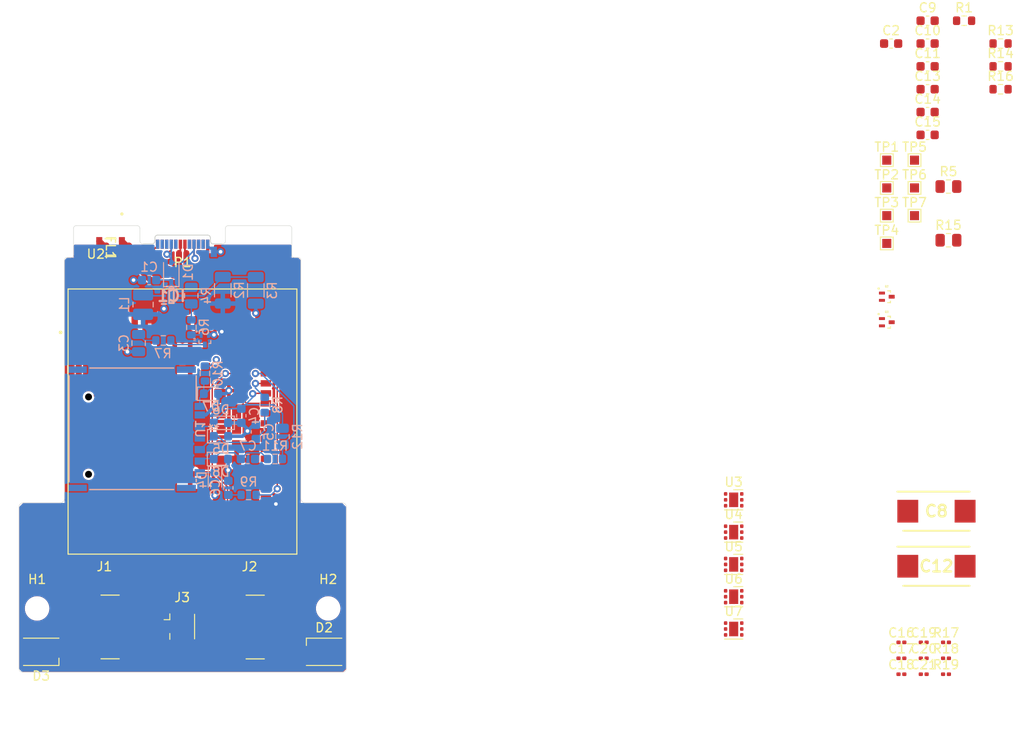
<source format=kicad_pcb>
(kicad_pcb (version 20221018) (generator pcbnew)

  (general
    (thickness 1.6)
  )

  (paper "A4")
  (layers
    (0 "F.Cu" signal)
    (31 "B.Cu" signal)
    (32 "B.Adhes" user "B.Adhesive")
    (33 "F.Adhes" user "F.Adhesive")
    (34 "B.Paste" user)
    (35 "F.Paste" user)
    (36 "B.SilkS" user "B.Silkscreen")
    (37 "F.SilkS" user "F.Silkscreen")
    (38 "B.Mask" user)
    (39 "F.Mask" user)
    (40 "Dwgs.User" user "User.Drawings")
    (41 "Cmts.User" user "User.Comments")
    (42 "Eco1.User" user "User.Eco1")
    (43 "Eco2.User" user "User.Eco2")
    (44 "Edge.Cuts" user)
    (45 "Margin" user)
    (46 "B.CrtYd" user "B.Courtyard")
    (47 "F.CrtYd" user "F.Courtyard")
    (48 "B.Fab" user)
    (49 "F.Fab" user)
    (50 "User.1" user)
    (51 "User.2" user)
    (52 "User.3" user)
    (53 "User.4" user)
    (54 "User.5" user)
    (55 "User.6" user)
    (56 "User.7" user)
    (57 "User.8" user)
    (58 "User.9" user)
  )

  (setup
    (stackup
      (layer "F.SilkS" (type "Top Silk Screen"))
      (layer "F.Paste" (type "Top Solder Paste"))
      (layer "F.Mask" (type "Top Solder Mask") (thickness 0.01))
      (layer "F.Cu" (type "copper") (thickness 0.035))
      (layer "dielectric 1" (type "core") (thickness 1.51) (material "FR4") (epsilon_r 4.5) (loss_tangent 0.02))
      (layer "B.Cu" (type "copper") (thickness 0.035))
      (layer "B.Mask" (type "Bottom Solder Mask") (thickness 0.01))
      (layer "B.Paste" (type "Bottom Solder Paste"))
      (layer "B.SilkS" (type "Bottom Silk Screen"))
      (copper_finish "None")
      (dielectric_constraints no)
    )
    (pad_to_mask_clearance 0)
    (pcbplotparams
      (layerselection 0x00010fc_ffffffff)
      (plot_on_all_layers_selection 0x0000000_00000000)
      (disableapertmacros false)
      (usegerberextensions false)
      (usegerberattributes true)
      (usegerberadvancedattributes true)
      (creategerberjobfile true)
      (dashed_line_dash_ratio 12.000000)
      (dashed_line_gap_ratio 3.000000)
      (svgprecision 4)
      (plotframeref false)
      (viasonmask false)
      (mode 1)
      (useauxorigin false)
      (hpglpennumber 1)
      (hpglpenspeed 20)
      (hpglpendiameter 15.000000)
      (dxfpolygonmode true)
      (dxfimperialunits true)
      (dxfusepcbnewfont true)
      (psnegative false)
      (psa4output false)
      (plotreference true)
      (plotvalue true)
      (plotinvisibletext false)
      (sketchpadsonfab false)
      (subtractmaskfromsilk false)
      (outputformat 1)
      (mirror false)
      (drillshape 1)
      (scaleselection 1)
      (outputdirectory "")
    )
  )

  (net 0 "")
  (net 1 "VBUS")
  (net 2 "GND")
  (net 3 "+3V8")
  (net 4 "/POWER_GOOD")
  (net 5 "/USIM_PRESENCE")
  (net 6 "/ANT_MAIN")
  (net 7 "Net-(J1-In)")
  (net 8 "/ANT_DIV")
  (net 9 "Net-(J2-In)")
  (net 10 "/ANT_GNSS")
  (net 11 "Net-(J3-In)")
  (net 12 "Net-(D1-A)")
  (net 13 "Net-(D2-K)")
  (net 14 "Net-(D3-K)")
  (net 15 "/USB_D+")
  (net 16 "/USB_D-")
  (net 17 "Net-(IC1-SW)")
  (net 18 "Net-(IC1-FB)")
  (net 19 "Net-(IC1-PG)")
  (net 20 "Net-(P1-CC)")
  (net 21 "unconnected-(P1-VCONN-PadB5)")
  (net 22 "Net-(Q1-B)")
  (net 23 "Net-(Q1-C)")
  (net 24 "/NETLIGHT")
  (net 25 "Net-(Q2-C)")
  (net 26 "/STATUS")
  (net 27 "Net-(Q3-C)")
  (net 28 "/USIM_RST")
  (net 29 "/USIM_CLK")
  (net 30 "/VDD_EXT")
  (net 31 "/USIM_DATA")
  (net 32 "Net-(R13-Pad1)")
  (net 33 "Net-(R14-Pad1)")
  (net 34 "Net-(R16-Pad2)")
  (net 35 "Net-(U2-DBG_TXD)")
  (net 36 "Net-(U2-DBG_RXD)")
  (net 37 "Net-(U2-USB_BOOT)")
  (net 38 "unconnected-(U1-VPP-PadC6)")
  (net 39 "unconnected-(U2-RESET_N-Pad17)")
  (net 40 "unconnected-(U2-RESERVED-Pad18)")
  (net 41 "unconnected-(U2-PCM_DOUT-Pad7)")
  (net 42 "unconnected-(U2-PCM_DIN-Pad6)")
  (net 43 "unconnected-(U2-PCM_SYNC-Pad5)")
  (net 44 "unconnected-(U2-PCM_CLK-Pad4)")
  (net 45 "unconnected-(U2-RI-Pad39)")
  (net 46 "unconnected-(U2-DCD-Pad38)")
  (net 47 "unconnected-(U2-RTS-Pad37)")
  (net 48 "unconnected-(U2-CTS-Pad36)")
  (net 49 "unconnected-(U2-TXD-Pad35)")
  (net 50 "unconnected-(U2-RXD-Pad34)")
  (net 51 "unconnected-(U2-I2C_SCL-Pad40)")
  (net 52 "unconnected-(U2-I2C_SDA-Pad41)")
  (net 53 "unconnected-(U2-ADC0-Pad24)")
  (net 54 "unconnected-(U2-AP_READY-Pad19)")
  (net 55 "unconnected-(U2-DTR-Pad30)")
  (net 56 "unconnected-(U2-SPI_MISO-Pad28)")
  (net 57 "unconnected-(U2-SPI_MOSI-Pad27)")
  (net 58 "unconnected-(U2-SPI_CLK-Pad26)")
  (net 59 "unconnected-(U2-USIM2_RST-Pad85)")
  (net 60 "unconnected-(U2-USIM2_CLK-Pad84)")
  (net 61 "unconnected-(U2-USIM2_PRESENCE-Pad83)")
  (net 62 "unconnected-(U2-USIM2_DATA-Pad86)")
  (net 63 "unconnected-(U2-USIM2_VDD-Pad87)")
  (net 64 "/USIM_VDD")
  (net 65 "Net-(U1-RST)")
  (net 66 "Net-(U1-CLK)")
  (net 67 "Net-(U1-I{slash}O)")

  (footprint "ECASD40J107M015K00:CAPPM7343X200N" (layer "F.Cu") (at 226.617 134.59))

  (footprint "Resistor_SMD:R_0805_2012Metric" (layer "F.Cu") (at 227.937 98.75))

  (footprint "Resistor_SMD:R_0201_0603Metric" (layer "F.Cu") (at 222.767 142.96))

  (footprint "Resistor_SMD:R_0603_1608Metric" (layer "F.Cu") (at 233.667 77.13))

  (footprint "TestPoint:TestPoint_Pad_1.0x1.0mm" (layer "F.Cu") (at 221.157 99.1))

  (footprint "Capacitor_SMD:C_0603_1608Metric" (layer "F.Cu") (at 225.647 84.66))

  (footprint "Resistor_SMD:R_0201_0603Metric" (layer "F.Cu") (at 227.667 142.96))

  (footprint "Capacitor_SMD:C_0603_1608Metric" (layer "F.Cu") (at 225.647 87.17))

  (footprint "DTC143ZMT2L:SOTFL3P40_120X120X55L30X32N" (layer "F.Cu") (at 221.162 104.96))

  (footprint "LED_SMD:LED_Cree-PLCC4_3.2x2.8mm_CCW" (layer "F.Cu") (at 128.2 144 180))

  (footprint "TestPoint:TestPoint_Pad_1.0x1.0mm" (layer "F.Cu") (at 224.207 93))

  (footprint "Capacitor_SMD:C_0603_1608Metric" (layer "F.Cu") (at 221.637 77.13))

  (footprint "Resistor_SMD:R_0805_2012Metric" (layer "F.Cu") (at 227.937 92.85))

  (footprint "Capacitor_SMD:C_0603_1608Metric" (layer "F.Cu") (at 225.647 82.15))

  (footprint "Capacitor_SMD:C_0603_1608Metric" (layer "F.Cu") (at 225.647 79.64))

  (footprint "DTC143ZMT2L:SOTFL3P40_120X120X55L30X32N" (layer "F.Cu") (at 221.162 107.765))

  (footprint "Resistor_SMD:R_0201_0603Metric" (layer "F.Cu") (at 227.667 146.46))

  (footprint "CONSMA002-SMD:LINX_CONSMA002-SMD" (layer "F.Cu") (at 135.775 141.265))

  (footprint "TestPoint:TestPoint_Pad_1.0x1.0mm" (layer "F.Cu") (at 224.207 89.95))

  (footprint "TestPoint:TestPoint_Pad_1.0x1.0mm" (layer "F.Cu") (at 224.207 96.05))

  (footprint "CONSMA002-SMD:LINX_CONSMA002-SMD" (layer "F.Cu") (at 151.725 141.275))

  (footprint "Connector_USB:USB_C_Plug_Molex_105444" (layer "F.Cu") (at 143.75 99.15))

  (footprint "Package_SON:WSON-6-1EP_2x2mm_P0.65mm_EP1x1.6mm" (layer "F.Cu") (at 204.327 134.39))

  (footprint "Resistor_SMD:R_0603_1608Metric" (layer "F.Cu") (at 229.657 74.62))

  (footprint "MountingHole:MountingHole_2.2mm_M2" (layer "F.Cu") (at 159.75 139.23))

  (footprint "LED_SMD:LED_Cree-PLCC4_3.2x2.8mm_CCW" (layer "F.Cu") (at 159.3 144))

  (footprint "Package_SON:WSON-6-1EP_2x2mm_P0.65mm_EP1x1.6mm" (layer "F.Cu") (at 204.327 137.94))

  (footprint "Resistor_SMD:R_0201_0603Metric" (layer "F.Cu") (at 225.217 142.96))

  (footprint "TestPoint:TestPoint_Pad_1.0x1.0mm" (layer "F.Cu") (at 221.157 89.95))

  (footprint "Resistor_SMD:R_0603_1608Metric" (layer "F.Cu") (at 233.667 82.15))

  (footprint "TestPoint:TestPoint_Pad_1.0x1.0mm" (layer "F.Cu") (at 221.157 93))

  (footprint "Package_SON:WSON-6-1EP_2x2mm_P0.65mm_EP1x1.6mm" (layer "F.Cu") (at 204.327 127.29))

  (footprint "Resistor_SMD:R_0201_0603Metric" (layer "F.Cu") (at 227.667 144.71))

  (footprint "MountingHole:MountingHole_2.2mm_M2" (layer "F.Cu") (at 127.75 139.23))

  (footprint "Capacitor_SMD:C_0603_1608Metric" (layer "F.Cu") (at 225.647 77.13))

  (footprint "Package_SON:WSON-6-1EP_2x2mm_P0.65mm_EP1x1.6mm" (layer "F.Cu") (at 204.327 141.49))

  (footprint "Resistor_SMD:R_0603_1608Metric" (layer "F.Cu") (at 233.667 79.64))

  (footprint "1206USB-113MLC:1206USB_COC" (layer "F.Cu") (at 135.8254 99.5615 -90))

  (footprint "Resistor_SMD:R_0201_0603Metric" (layer "F.Cu") (at 222.767 146.46))

  (footprint "ECASD40J107M015K00:CAPPM7343X200N" (layer "F.Cu") (at 226.617 128.54))

  (footprint "Resistor_SMD:R_0201_0603Metric" (layer "F.Cu") (at 222.767 144.71))

  (footprint "Capacitor_SMD:C_0603_1608Metric" (layer "F.Cu") (at 225.647 74.62))

  (footprint "Package_SON:WSON-6-1EP_2x2mm_P0.65mm_EP1x1.6mm" (layer "F.Cu") (at 204.327 130.84))

  (footprint "TestPoint:TestPoint_Pad_1.0x1.0mm" (layer "F.Cu") (at 221.157 96.05))

  (footprint "Resistor_SMD:R_0201_0603Metric" (layer "F.Cu") (at 225.217 146.46))

  (footprint "Resistor_SMD:R_0201_0603Metric" (layer "F.Cu") (at 225.217 144.71))

  (footprint "EG95:XCVR_EG95" (layer "F.Cu")
    (tstamp f851ed5b-4e23-405b-b1aa-e8d65dde7576)
    (at 143.73 118.685)
    (property "MANUFACTURER" "Quectel")
    (property "MAXIMUM_PACKAGE_HEIGHT" "2.5mm")
    (property "PARTREV" "1.5")
    (property "STANDARD" "Manufacturer Recommendations")
    (property "Sheetfile" "Roamer.kicad_sch")
    (property "Sheetname" "")
    (path "/e6a6b14f-fc94-4e9b-b34c-71e0e50cdc39")
    (attr smd)
    (fp_text reference "U2" (at -9.525 -18.415) (layer "F.SilkS")
        (effects (font (size 1 1) (thickness 0.15)))
      (tstamp 1d464947-5842-4187-a9bd-c30a4e55b624)
    )
    (fp_text value "EG95" (at -6.985 18.415) (layer "F.Fab")
        (effects (font (size 1 1) (thickness 0.15)))
      (tstamp 7b80973e-b338-4301-a0a8-35a68cefc798)
    )
    (fp_circle (center -5.95 -4.25) (end -5.478 -4.25)
      (stroke (width 0) (type solid)) (fill solid) (layer "F.Paste") (tstamp 67d3b74d-81a9-43e5-82a0-a58ecb94a205))
    (fp_circle (center -5.95 -2.55) (end -5.478 -2.55)
      (stroke (width 0) (type solid)) (fill solid) (layer "F.Paste") (tstamp 12d7749c-79c9-41a7-b0f5-19f3bfe17632))
    (fp_circle (center -5.95 -0.85) (end -5.478 -0.85)
      (stroke (width 0) (type solid)) (fill solid) (layer "F.Paste") (tstamp 4e384b70-bee1-4f3c-923a-35ca47ab2658))
    (fp_circle (center -5.95 0.85) (end -5.478 0.85)
      (stroke (width 0) (type solid)) (fill solid) (layer "F.Paste") (tstamp 6d05fc8f-1146-4558-87f4-124d02db3765))
    (fp_circle (center -5.95 2.55) (end -5.478 2.55)
      (stroke (width 0) (type solid)) (fill solid) (layer "F.Paste") (tstamp 357ed333-a131-4460-9f03-f99d16791163))
    (fp_circle (center -5.95 4.25) (end -5.478 4.25)
      (stroke (width 0) (type solid)) (fill solid) (layer "F.Paste") (tstamp 63f94867-3c9e-4667-930a-fee0f1e2ebe2))
    (fp_circle (center -4.25 -4.25) (end -3.778 -4.25)
      (stroke (width 0) (type solid)) (fill solid) (layer "F.Paste") (tstamp 13cc66c6-7510-4e83-a694-d08949b734e5))
    (fp_circle (center -4.25 -2.55) (end -3.778 -2.55)
      (stroke (width 0) (type solid)) (fill solid) (layer "F.Paste") (tstamp 8c7a9cf3-ddbd-4b7c-bebc-49031a5e6d73))
    (fp_circle (center -4.25 -0.85) (end -3.778 -0.85)
      (stroke (width 0) (type solid)) (fill solid) (layer "F.Paste") (tstamp 3d9d3b4e-af9b-4dbc-9336-c29b3746faba))
    (fp_circle (center -4.25 0.85) (end -3.778 0.85)
      (stroke (width 0) (type solid)) (fill solid) (layer "F.Paste") (tstamp 690ddcd6-4d8e-42c0-ad75-ff9db3797b01))
    (fp_circle (center -4.25 2.55) (end -3.778 2.55)
      (stroke (width 0) (type solid)) (fill solid) (layer "F.Paste") (tstamp 75b36f97-51b2-4f40-b557-750c42c33062))
    (fp_circle (center -4.25 4.25) (end -3.778 4.25)
      (stroke (width 0) (type solid)) (fill solid) (layer "F.Paste") (tstamp 4e758d36-1513-487c-9267-fc087fa18d60))
    (fp_circle (center -2.55 -7.65) (end -2.078 -7.65)
      (stroke (width 0) (type solid)) (fill solid) (layer "F.Paste") (tstamp 3633692c-49f1-42ca-94b0-b891b5a33b8a))
    (fp_circle (center -2.55 -5.95) (end -2.078 -5.95)
      (stroke (width 0) (type solid)) (fill solid) (layer "F.Paste") (tstamp daf7962a-2a44-472f-b9c9-8c84ea1849f8))
    (fp_circle (center -2.55 5.95) (end -2.078 5.95)
      (stroke (width 0) (type solid)) (fill solid) (layer "F.Paste") (tstamp 32fabbac-dc5d-4778-92ac-b5c62bce09fe))
    (fp_circle (center -2.55 7.65) (end -2.078 7.65)
      (stroke (width 0) (type solid)) (fill solid) (layer "F.Paste") (tstamp b9df1aa6-a689-4293-8753-7c59f8230178))
    (fp_circle (center -0.85 -7.65) (end -0.378 -7.65)
      (stroke (width 0) (type solid)) (fill solid) (layer "F.Paste") (tstamp 4d0be172-5136-470d-b73a-7a8cb51ed73c))
    (fp_circle (center -0.85 -5.95) (end -0.378 -5.95)
      (stroke (width 0) (type solid)) (fill solid) (layer "F.Paste") (tstamp e9ad7bc7-db7f-41e8-8090-37c9b439c87a))
    (fp_circle (center -0.85 5.95) (end -0.378 5.95)
      (stroke (width 0) (type solid)) (fill solid) (layer "F.Paste") (tstamp 4a30cd4e-e496-41e4-82a6-3686d3ecb188))
    (fp_circle (center -0.85 7.65) (end -0.378 7.65)
      (stroke (width 0) (type solid)) (fill solid) (layer "F.Paste") (tstamp 55b8e7ce-c026-444a-87d3-c25fb53b51c9))
    (fp_circle (center 0.85 -7.65) (end 1.322 -7.65)
      (stroke (width 0) (type solid)) (fill solid) (layer "F.Paste") (tstamp 32b20396-c9b0-4873-b9ba-fa2c66fc98d1))
    (fp_circle (center 0.85 -5.95) (end 1.322 -5.95)
      (stroke (width 0) (type solid)) (fill solid) (layer "F.Paste") (tstamp e03b0b90-06f2-4e0d-a234-628bf843efeb))
    (fp_circle (center 0.85 5.95) (end 1.322 5.95)
      (stroke (width 0) (type solid)) (fill solid) (layer "F.Paste") (tstamp 117ba3fd-2c95-455c-a1fb-79870f2b7c3e))
    (fp_circle (center 0.85 7.65) (end 1.322 7.65)
      (stroke (width 0) (type solid)) (fill solid) (layer "F.Paste") (tstamp 9cebe8bb-5944-4532-84f3-4db69cb5a267))
    (fp_circle (center 2.55 -7.65) (end 3.022 -7.65)
      (stroke (width 0) (type solid)) (fill solid) (layer "F.Paste") (tstamp 4591d32e-0bfd-40f2-a436-d8c4a8df7b9c))
    (fp_circle (center 2.55 -5.95) (end 3.022 -5.95)
      (stroke (width 0) (type solid)) (fill solid) (layer "F.Paste") (tstamp 27feb6eb-48a0-44e1-945e-be4be8aa40cb))
    (fp_circle (center 2.55 5.95) (end 3.022 5.95)
      (stroke (width 0) (type solid)) (fill solid) (layer "F.Paste") (tstamp d0d20436-b778-4fa3-9675-56b791c3d56f))
    (fp_circle (center 2.55 7.65) (end 3.022 7.65)
      (stroke (width 0) (type solid)) (fill solid) (layer "F.Paste") (tstamp defa867d-6b76-49c8-bb58-cf6b459a29a2))
    (fp_circle (center 4.25 -4.25) (end 4.722 -4.25)
      (stroke (width 0) (type solid)) (fill solid) (layer "F.Paste") (tstamp 025de2ef-81a6-402c-bdfe-0f3340f36076))
    (fp_circle (center 4.25 -2.55) (end 4.722 -2.55)
      (stroke (width 0) (type solid)) (fill solid) (layer "F.Paste") (tstamp 920f3030-f3a9-49d9-98b1-ba1e7a6cde5b))
    (fp_circle (center 4.25 -0.85) (end 4.722 -0.85)
      (stroke (width 0) (type solid)) (fill solid) (layer "F.Paste") (tstamp cf2d715c-b57e-4e29-b1b7-62efa84a9561))
    (fp_circle (center 4.25 0.85) (end 4.722 0.85)
      (stroke (width 0) (type solid)) (fill solid) (layer "F.Paste") (tstamp ca71414b-1dcf-458c-9ec7-99f7644ea8d3))
    (fp_circle (center 4.25 2.55) (end 4.722 2.55)
      (stroke (width 0) (type solid)) (fill solid) (layer "F.Paste") (tstamp c74df507-238b-4f61-b908-673a0ad914c0))
    (fp_circle (center 4.25 4.25) (end 4.722 4.25)
      (stroke (width 0) (type solid)) (fill solid) (layer "F.Paste") (tstamp 89941a95-52f2-4f01-b5ae-ea2ee97dc086))
    (fp_circle (center 5.95 -4.25) (end 6.422 -4.25)
      (stroke (width 0) (type solid)) (fill solid) (layer "F.Paste") (tstamp 464d7fed-1c31-488c-ad54-5f06dec5a552))
    (fp_circle (center 5.95 -2.55) (end 6.422 -2.55)
      (stroke (width 0) (type solid)) (fill solid) (layer "F.Paste") (tstamp 7989918b-1f57-4399-89ef-f58e0c36eb2c))
    (fp_circle (center 5.95 -0.85) (end 6.422 -0.85)
      (stroke (width 0) (type solid)) (fill solid) (layer "F.Paste") (tstamp 338601a2-47bf-49f9-ba85-32e5a710140d))
    (fp_circle (center 5.95 0.85) (end 6.422 0.85)
      (stroke (width 0) (type solid)) (fill solid) (layer "F.Paste") (tstamp 12da4203-b063-4a2b-968e-3657dc112560))
    (fp_circle (center 5.95 2.55) (end 6.422 2.55)
      (stroke (width 0) (type solid)) (fill solid) (layer "F.Paste") (tstamp 7f6528a6-3a92-4aca-ba64-fc076fca4400))
    (fp_circle (center 5.95 4.25) (end 6.422 4.25)
      (stroke (width 0) (type solid)) (fill solid) (layer "F.Paste") (tstamp faf3a879-e27f-4ff1-b81f-1530938d56fc))
    (fp_poly
      (pts
        (xy -11.66 -13.66)
        (xy -10.64 -13.66)
        (xy -10.64 -12.64)
        (xy -11.66 -12.64)
      )

      (stroke (width 0.01) (type solid)) (fill solid) (layer "F.Paste") (tstamp a4cf9f7c-fc80-4a6e-8aed-8618a06b9c70))
    (fp_poly
      (pts
        (xy -10.54 13.56)
        (xy -10.78 13.56)
        (xy -11.56 12.78)
        (xy -11.56 12.54)
        (xy -10.54 12.54)
      )

      (stroke (width 0.0001) (type solid)) (fill solid) (layer "F.Paste") (tstamp 36e8bdf4-fab0-480a-ae07-fd85752c3d27))
    (fp_poly
      (pts
        (xy -10.54 13.56)
        (xy -10.78 13.56)
        (xy -11.56 12.78)
        (xy -11.56 12.54)
        (xy -10.54 12.54)
      )

      (stroke (width 0.0001) (type solid)) (fill solid) (layer "F.Paste") (tstamp fb33d6b7-c026-42c4-b8ab-e0e13b2d656e))
    (fp_poly
      (pts
        (xy 10.54 -13.56)
        (xy 10.78 -13.56)
        (xy 11.56 -12.78)
        (xy 11.56 -12.54)
        (xy 10.54 -12.54)
      )

      (stroke (width 0.0001) (type solid)) (fill solid) (layer "F.Paste") (tstamp 74c62a22-a856-4ac7-bb7a-1febdc12e728))
    (fp_poly
      (pts
        (xy 10.54 13.56)
        (xy 10.78 13.56)
        (xy 11.56 12.78)
        (xy 11.56 12.54)
        (xy 10.54 12.54)
      )

      (stroke (width 0.0001) (type solid)) (fill solid) (layer "F.Paste") (tstamp c4360858-c8a5-42dc-836e-f31e91c33908))
    (fp_poly
      (pts
        (xy -9.525 -9.98)
        (xy -8.825 -9.98)
        (xy -8.819 -9.98)
        (xy -8.814 -9.979)
        (xy -8.808 -9.979)
        (xy -8.802 -9.978)
        (xy -8.797 -9.976)
        (xy -8.791 -9.975)
        (xy -8.786 -9.973)
        (xy -8.78 -9.97)
        (xy -8.775 -9.968)
        (xy -8.77 -9.965)
        (xy -8.765 -9.962)
        (xy -8.76 -9.959)
        (xy -8.756 -9.955)
        (xy -8.751 -9.952)
        (xy -8.747 -9.948)
        (xy -8.743 -9.944)
        (xy -8.74 -9.939)
        (xy -8.736 -9.935)
        (xy -8.733 -9.93)
        (xy -8.73 -9.925)
        (xy -8.727 -9.92)
        (xy -8.725 -9.915)
        (xy -8.722 -9.909)
        (xy -8.72 -9.904)
        (xy -8.719 -9.898)
        (xy -8.717 -9.893)
        (xy -8.716 -9.887)
        (xy -8.716 -9.881)
        (xy -8.715 -9.876)
        (xy -8.715 -9.87)
        (xy -8.715 -9.53)
        (xy -8.715 -9.524)
        (xy -8.716 -9.519)
        (xy -8.716 -9.513)
        (xy -8.717 -9.507)
        (xy -8.719 -9.502)
        (xy -8.72 -9.496)
        (xy -8.722 -9.491)
        (xy -8.725 -9.485)
        (xy -8.727 -9.48)
        (xy -8.73 -9.475)
        (xy -8.733 -9.47)
        (xy -8.736 -9.465)
        (xy -8.74 -9.461)
        (xy -8.743 -9.456)
        (xy -8.747 -9.452)
        (xy -8.751 -9.448)
        (xy -8.756 -9.445)
        (xy -8.76 -9.441)
        (xy -8.765 -9.438)
        (xy -8.77 -9.435)
        (xy -8.775 -9.432)
        (xy -8.78 -9.43)
        (xy -8.786 -9.427)
        (xy -8.791 -9.425)
        (xy -8.797 -9.424)
        (xy -8.802 -9.422)
        (xy -8.808 -9.421)
        (xy -8.814 -9.421)
        (xy -8.819 -9.42)
        (xy -8.825 -9.42)
        (xy -9.525 -9.42)
        (xy -9.531 -9.42)
        (xy -9.536 -9.421)
        (xy -9.542 -9.421)
        (xy -9.548 -9.422)
        (xy -9.553 -9.424)
        (xy -9.559 -9.425)
        (xy -9.564 -9.427)
        (xy -9.57 -9.43)
        (xy -9.575 -9.432)
        (xy -9.58 -9.435)
        (xy -9.585 -9.438)
        (xy -9.59 -9.441)
        (xy -9.594 -9.445)
        (xy -9.599 -9.448)
        (xy -9.603 -9.452)
        (xy -9.607 -9.456)
        (xy -9.61 -9.461)
        (xy -9.614 -9.465)
        (xy -9.617 -9.47)
        (xy -9.62 -9.475)
        (xy -9.623 -9.48)
        (xy -9.625 -9.485)
        (xy -9.628 -9.491)
        (xy -9.63 -9.496)
        (xy -9.631 -9.502)
        (xy -9.633 -9.507)
        (xy -9.634 -9.513)
        (xy -9.634 -9.519)
        (xy -9.635 -9.524)
        (xy -9.635 -9.53)
        (xy -9.635 -9.87)
        (xy -9.635 -9.876)
        (xy -9.634 -9.881)
        (xy -9.634 -9.887)
        (xy -9.633 -9.893)
        (xy -9.631 -9.898)
        (xy -9.63 -9.904)
        (xy -9.628 -9.909)
        (xy -9.625 -9.915)
        (xy -9.623 -9.92)
        (xy -9.62 -9.925)
        (xy -9.617 -9.93)
        (xy -9.614 -9.935)
        (xy -9.61 -9.939)
        (xy -9.607 -9.944)
        (xy -9.603 -9.948)
        (xy -9.599 -9.952)
        (xy -9.594 -9.955)
        (xy -9.59 -9.959)
        (xy -9.585 -9.962)
        (xy -9.58 -9.965)
        (xy -9.575 -9.968)
        (xy -9.57 -9.97)
        (xy -9.564 -9.973)
        (xy -9.559 -9.975)
        (xy -9.553 -9.976)
        (xy -9.548 -9.978)
        (xy -9.542 -9.979)
        (xy -9.536 -9.979)
        (xy -9.531 -9.98)
        (xy -9.525 -9.98)
      )

      (stroke (width 0.0001) (type solid)) (fill solid) (layer "F.Paste") (tstamp 381fb920-c57b-4d2c-bff1-181bec3e7f23))
    (fp_poly
      (pts
        (xy -9.525 -8.88)
        (xy -8.825 -8.88)
        (xy -8.819 -8.88)
        (xy -8.814 -8.879)
        (xy -8.808 -8.879)
        (xy -8.802 -8.878)
        (xy -8.797 -8.876)
        (xy -8.791 -8.875)
        (xy -8.786 -8.873)
        (xy -8.78 -8.87)
        (xy -8.775 -8.868)
        (xy -8.77 -8.865)
        (xy -8.765 -8.862)
        (xy -8.76 -8.859)
        (xy -8.756 -8.855)
        (xy -8.751 -8.852)
        (xy -8.747 -8.848)
        (xy -8.743 -8.844)
        (xy -8.74 -8.839)
        (xy -8.736 -8.835)
        (xy -8.733 -8.83)
        (xy -8.73 -8.825)
        (xy -8.727 -8.82)
        (xy -8.725 -8.815)
        (xy -8.722 -8.809)
        (xy -8.72 -8.804)
        (xy -8.719 -8.798)
        (xy -8.717 -8.793)
        (xy -8.716 -8.787)
        (xy -8.716 -8.781)
        (xy -8.715 -8.776)
        (xy -8.715 -8.77)
        (xy -8.715 -8.43)
        (xy -8.715 -8.424)
        (xy -8.716 -8.419)
        (xy -8.716 -8.413)
        (xy -8.717 -8.407)
        (xy -8.719 -8.402)
        (xy -8.72 -8.396)
        (xy -8.722 -8.391)
        (xy -8.725 -8.385)
        (xy -8.727 -8.38)
        (xy -8.73 -8.375)
        (xy -8.733 -8.37)
        (xy -8.736 -8.365)
        (xy -8.74 -8.361)
        (xy -8.743 -8.356)
        (xy -8.747 -8.352)
        (xy -8.751 -8.348)
        (xy -8.756 -8.345)
        (xy -8.76 -8.341)
        (xy -8.765 -8.338)
        (xy -8.77 -8.335)
        (xy -8.775 -8.332)
        (xy -8.78 -8.33)
        (xy -8.786 -8.327)
        (xy -8.791 -8.325)
        (xy -8.797 -8.324)
        (xy -8.802 -8.322)
        (xy -8.808 -8.321)
        (xy -8.814 -8.321)
        (xy -8.819 -8.32)
        (xy -8.825 -8.32)
        (xy -9.525 -8.32)
        (xy -9.531 -8.32)
        (xy -9.536 -8.321)
        (xy -9.542 -8.321)
        (xy -9.548 -8.322)
        (xy -9.553 -8.324)
        (xy -9.559 -8.325)
        (xy -9.564 -8.327)
        (xy -9.57 -8.33)
        (xy -9.575 -8.332)
        (xy -9.58 -8.335)
        (xy -9.585 -8.338)
        (xy -9.59 -8.341)
        (xy -9.594 -8.345)
        (xy -9.599 -8.348)
        (xy -9.603 -8.352)
        (xy -9.607 -8.356)
        (xy -9.61 -8.361)
        (xy -9.614 -8.365)
        (xy -9.617 -8.37)
        (xy -9.62 -8.375)
        (xy -9.623 -8.38)
        (xy -9.625 -8.385)
        (xy -9.628 -8.391)
        (xy -9.63 -8.396)
        (xy -9.631 -8.402)
        (xy -9.633 -8.407)
        (xy -9.634 -8.413)
        (xy -9.634 -8.419)
        (xy -9.635 -8.424)
        (xy -9.635 -8.43)
        (xy -9.635 -8.77)
        (xy -9.635 -8.776)
        (xy -9.634 -8.781)
        (xy -9.634 -8.787)
    
... [691921 chars truncated]
</source>
